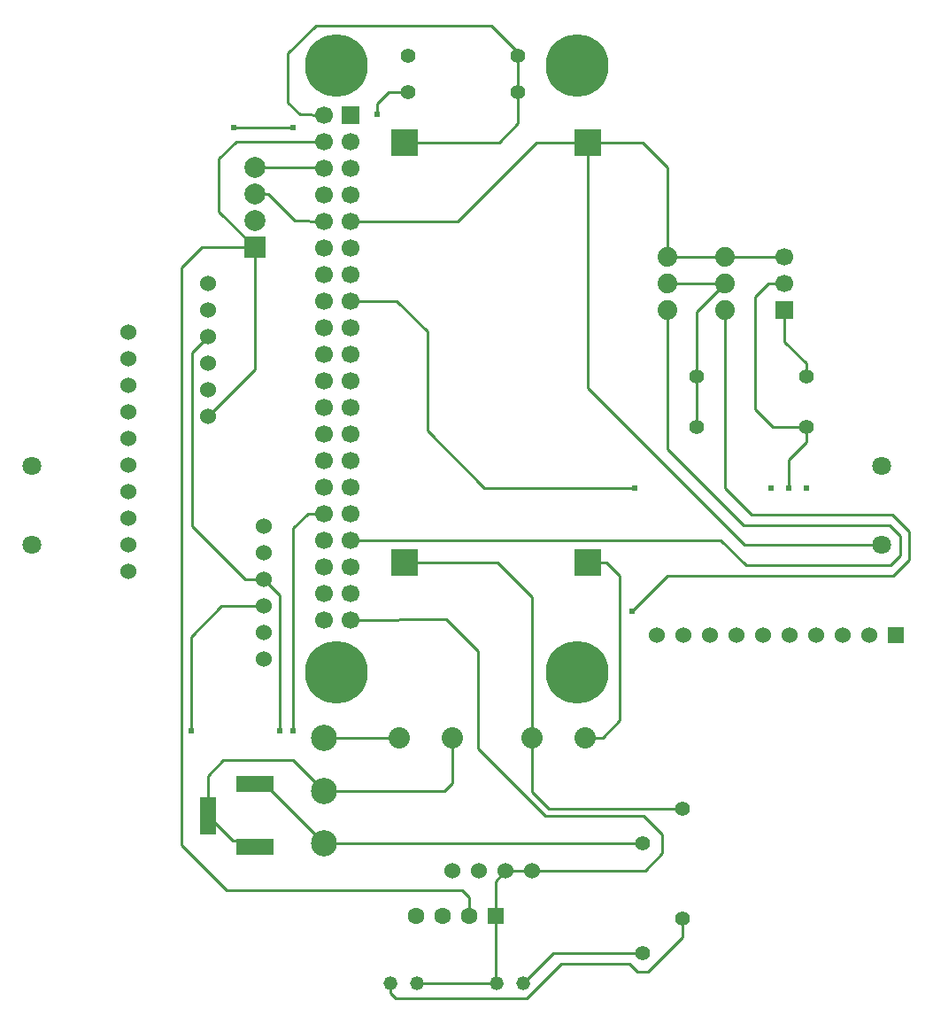
<source format=gbl>
G04 Layer: BottomLayer*
G04 EasyEDA v6.5.40, 2024-07-29 16:52:19*
G04 dde3050a7ee44abca438c5715634e7ed,10*
G04 Gerber Generator version 0.2*
G04 Scale: 100 percent, Rotated: No, Reflected: No *
G04 Dimensions in millimeters *
G04 leading zeros omitted , absolute positions ,4 integer and 5 decimal *
%FSLAX45Y45*%
%MOMM*%

%AMMACRO1*21,1,$1,$2,0,0,$3*%
%ADD10C,0.2540*%
%ADD11C,1.8000*%
%ADD12C,1.7000*%
%ADD13C,6.0000*%
%ADD14MACRO1,1.6998X1.6998X-90.0000*%
%ADD15C,1.6000*%
%ADD16R,1.6000X1.6000*%
%ADD17C,1.3208*%
%ADD18MACRO1,1.6X3.5X-90.0000*%
%ADD19MACRO1,1.6X3.5X0.0000*%
%ADD20C,1.5240*%
%ADD21C,1.8796*%
%ADD22R,1.5240X1.5240*%
%ADD23R,1.7000X1.7000*%
%ADD24C,1.4000*%
%ADD25C,2.0320*%
%ADD26C,2.0000*%
%ADD27R,2.0000X2.0000*%
%ADD28R,2.5000X2.5000*%
%ADD29C,2.5000*%
%ADD30C,0.6200*%
%ADD31C,0.0134*%

%LPD*%
D10*
X3344418Y749300D02*
G01*
X3022600Y749300D01*
X2857500Y914400D01*
X2857500Y1993900D01*
X2984500Y2120900D01*
X3136900Y2120900D01*
X2294409Y749300D02*
G01*
X2294409Y1231894D01*
X3344418Y1231900D02*
G01*
X3344418Y1354581D01*
X3136900Y1562100D01*
X3136900Y1866900D01*
X2294381Y1231900D02*
G01*
X2294381Y1849881D01*
X2565400Y2120900D01*
X2565400Y2374900D02*
G01*
X3136900Y2374900D01*
X2565400Y1866900D02*
G01*
X2565400Y165100D01*
X2819400Y-88900D01*
X4165600Y-88900D01*
X4330700Y-254000D01*
X4330700Y-520700D01*
X4178300Y-673100D01*
X2019300Y-673100D01*
X1676400Y-1016000D01*
X4064000Y-379984D02*
G01*
X2754884Y-379984D01*
X1257300Y1117600D01*
X1257300Y3467100D01*
X2019300Y2374900D02*
G01*
X2019300Y3225800D01*
X1778000Y3467100D01*
X1257300Y3467100D01*
X2565400Y2120900D02*
G01*
X2019300Y2120900D01*
X2565400Y2374900D02*
G01*
X2019300Y2374900D01*
X588495Y3949700D02*
G01*
X588495Y3649195D01*
X406400Y3467100D01*
X-495300Y3467100D01*
X588495Y3949700D02*
G01*
X588495Y4292600D01*
X588492Y4292600D02*
G01*
X588492Y4326407D01*
X330200Y4584700D01*
X-1346200Y4584700D01*
X-1612900Y4318000D01*
X-1612900Y3848100D01*
X-1498600Y3733800D01*
X-1269260Y3733241D01*
X-1930400Y3225800D02*
G01*
X-1930394Y3225794D01*
X-1269794Y3225794D01*
X723900Y-2222500D02*
G01*
X723900Y-876300D01*
X393700Y-546100D01*
X-495300Y-546100D01*
X-1270000Y-2226513D02*
G01*
X-550113Y-2226513D01*
X-546100Y-2222500D01*
X-1270000Y-2730487D02*
G01*
X-114287Y-2730487D01*
X-38100Y-2654300D01*
X-38100Y-2222500D01*
X-1930400Y-2667000D02*
G01*
X-1837499Y-2667000D01*
X-1270000Y-3234499D01*
X-2380411Y-2966999D02*
G01*
X-2143909Y-3203501D01*
X-1955800Y-3203501D01*
X-2380411Y-2966999D02*
G01*
X-2380411Y-2583611D01*
X-2235200Y-2438400D01*
X-1562087Y-2438400D01*
X-1270000Y-2730487D01*
X-1270000Y-3234499D02*
G01*
X-1269707Y-3234207D01*
X1778000Y-3234207D01*
X635000Y-4572000D02*
G01*
X922809Y-4284190D01*
X1778000Y-4284190D01*
X372008Y-3924300D02*
G01*
X372008Y-4563008D01*
X381000Y-4572000D01*
X-381000Y-4572000D02*
G01*
X381000Y-4572000D01*
X-635000Y-4572000D02*
G01*
X-635000Y-4660900D01*
X-584200Y-4711700D01*
X673100Y-4711700D01*
X1003300Y-4381500D01*
X1651000Y-4381500D01*
X1727200Y-4457700D01*
X1828800Y-4457700D01*
X2159000Y-4127500D01*
X2159000Y-3953992D01*
X2159000Y-2904007D02*
G01*
X884707Y-2904007D01*
X723900Y-2743200D01*
X723900Y-2222500D01*
X469900Y-3492500D02*
G01*
X723900Y-3492500D01*
X372008Y-3924300D02*
G01*
X372008Y-3590391D01*
X469900Y-3492500D01*
X-2540000Y-2159000D02*
G01*
X-2540000Y-1257300D01*
X-2247900Y-965200D01*
X-1841500Y-965200D01*
X-1562100Y-2159000D02*
G01*
X-1562100Y-215900D01*
X-1422907Y-76707D01*
X-1269237Y-76707D01*
X-1689100Y-2159000D02*
G01*
X-1689100Y-863600D01*
X-1841500Y-711200D01*
X723900Y-3492500D02*
G01*
X1803400Y-3492500D01*
X1968500Y-3327400D01*
X1968500Y-3149600D01*
X1790700Y-2971800D01*
X850900Y-2971800D01*
X203200Y-2324100D01*
X203200Y-1397000D01*
X-101600Y-1092200D01*
X-1015237Y-1092707D01*
X-1930400Y2463800D02*
G01*
X-2273300Y2806700D01*
X-2273300Y3314700D01*
X-2108707Y3479292D01*
X-1269237Y3479292D01*
X-2133600Y3606800D02*
G01*
X-1562100Y3606800D01*
X1257300Y-546100D02*
G01*
X1435100Y-546100D01*
X1562100Y-673100D01*
X1562100Y-2057400D01*
X1397000Y-2222500D01*
X1231900Y-2222500D01*
X2019300Y1866900D02*
G01*
X2019300Y533400D01*
X2743200Y-190500D01*
X4140200Y-190500D01*
X4241800Y-292100D01*
X4241800Y-482600D01*
X4152900Y-571500D01*
X2768600Y-571500D01*
X2527808Y-330707D01*
X-1015237Y-330707D01*
X-1015237Y2717292D02*
G01*
X12192Y2717292D01*
X762000Y3467100D01*
X1257300Y3467100D01*
X118110Y-3924300D02*
G01*
X118110Y-3750310D01*
X50800Y-3683000D01*
X-2197100Y-3683000D01*
X-2628900Y-3251200D01*
X-2628900Y2273300D01*
X-2438400Y2463800D01*
X-1930400Y2463800D01*
X-461518Y3949700D02*
G01*
X-647700Y3949700D01*
X-762000Y3835400D01*
X-762000Y3733800D01*
X-1015260Y1955241D02*
G01*
X-570941Y1955241D01*
X-279400Y1663700D01*
X-279400Y711200D01*
X266700Y165100D01*
X1701800Y165100D01*
X-2374900Y850900D02*
G01*
X-1930400Y1295400D01*
X-1930400Y2463800D01*
X-1841500Y-711200D02*
G01*
X-2019300Y-711200D01*
X-2527300Y-203200D01*
X-2527300Y1460500D01*
X-2374900Y1612900D01*
X3344392Y749300D02*
G01*
X3344392Y601192D01*
X3175000Y431800D01*
X3175000Y165100D01*
X-1930400Y2971800D02*
G01*
X-1803400Y2971800D01*
X-1549400Y2717800D01*
X-1269237Y2717292D01*
D11*
G01*
X4064000Y-379984D03*
G01*
X4064000Y380009D03*
G01*
X-4064000Y-379984D03*
G01*
X-4064000Y380009D03*
D12*
G01*
X-1015263Y-1092758D03*
D13*
G01*
X1154252Y-1596389D03*
G01*
X1154252Y4203700D03*
D12*
G01*
X-1269263Y-1092758D03*
G01*
X-1269263Y-838758D03*
G01*
X-1015263Y-838758D03*
G01*
X-1269263Y-584758D03*
G01*
X-1015263Y-584758D03*
G01*
X-1269263Y-330758D03*
G01*
X-1015263Y-330758D03*
G01*
X-1269263Y-76758D03*
G01*
X-1015263Y-76758D03*
G01*
X-1269263Y177241D03*
G01*
X-1015263Y177241D03*
G01*
X-1269263Y431241D03*
G01*
X-1015263Y431241D03*
G01*
X-1269263Y685241D03*
G01*
X-1015263Y685241D03*
G01*
X-1269263Y939241D03*
G01*
X-1015263Y939241D03*
G01*
X-1269263Y1193241D03*
G01*
X-1015263Y1193241D03*
G01*
X-1269263Y1447241D03*
G01*
X-1015263Y1447266D03*
G01*
X-1269263Y1701241D03*
G01*
X-1015263Y1701241D03*
G01*
X-1269263Y1955241D03*
G01*
X-1015263Y1955241D03*
G01*
X-1269263Y2209241D03*
G01*
X-1015263Y2209266D03*
G01*
X-1269263Y2463241D03*
G01*
X-1015263Y2463241D03*
G01*
X-1269263Y2717241D03*
G01*
X-1015263Y2717241D03*
G01*
X-1269263Y2971241D03*
G01*
X-1015263Y2971241D03*
G01*
X-1269263Y3225241D03*
G01*
X-1015263Y3225241D03*
G01*
X-1269263Y3479241D03*
G01*
X-1015263Y3479241D03*
G01*
X-1269263Y3733241D03*
D14*
G01*
X-1015268Y3733264D03*
D13*
G01*
X-1145743Y4203700D03*
G01*
X-1145743Y-1596389D03*
D15*
G01*
X118008Y-3924300D03*
D16*
G01*
X372008Y-3924300D03*
D15*
G01*
X-135991Y-3924300D03*
G01*
X-389991Y-3924300D03*
D17*
G01*
X635000Y-4572000D03*
G01*
X381000Y-4572000D03*
G01*
X-635000Y-4572000D03*
G01*
X-381000Y-4572000D03*
D18*
G01*
X-1930400Y-2667000D03*
G01*
X-1930400Y-3266998D03*
D19*
G01*
X-2380411Y-2966999D03*
D20*
G01*
X-3136900Y-635000D03*
G01*
X-3136900Y-381000D03*
G01*
X-3136900Y-127000D03*
G01*
X-3136900Y127000D03*
G01*
X-3136900Y381000D03*
G01*
X-3136900Y635000D03*
G01*
X-3136900Y889000D03*
G01*
X-3136900Y1143000D03*
G01*
X-3136900Y1397000D03*
G01*
X-3136900Y1651000D03*
D21*
G01*
X2019300Y1866900D03*
G01*
X2019300Y2120900D03*
G01*
X2019300Y2374900D03*
G01*
X2565400Y1866900D03*
G01*
X2565400Y2120900D03*
G01*
X2565400Y2374900D03*
D22*
G01*
X4203700Y-1244600D03*
D20*
G01*
X3949700Y-1244600D03*
G01*
X3695700Y-1244600D03*
G01*
X3441700Y-1244600D03*
G01*
X3187700Y-1244600D03*
G01*
X2933700Y-1244600D03*
G01*
X2679700Y-1244600D03*
G01*
X2425700Y-1244600D03*
G01*
X2171700Y-1244600D03*
G01*
X1917700Y-1244600D03*
D12*
G01*
X3136900Y2120900D03*
D23*
G01*
X3136900Y1866900D03*
D12*
G01*
X3136900Y2374900D03*
D24*
G01*
X-461492Y4292600D03*
G01*
X588492Y4292600D03*
G01*
X-461492Y3949700D03*
G01*
X588492Y3949700D03*
G01*
X2294407Y749300D03*
G01*
X3344392Y749300D03*
G01*
X3344392Y1231900D03*
G01*
X2294407Y1231900D03*
G01*
X1778000Y-3234207D03*
G01*
X1778000Y-4284192D03*
G01*
X2159000Y-2904007D03*
G01*
X2159000Y-3953992D03*
D20*
G01*
X-1841500Y-1473200D03*
G01*
X-1841500Y-1219200D03*
G01*
X-1841500Y-965200D03*
G01*
X-1841500Y-711200D03*
G01*
X-1841500Y-457200D03*
G01*
X-1841500Y-203200D03*
G01*
X-2374900Y2120900D03*
G01*
X-2374900Y1866900D03*
G01*
X-2374900Y1612900D03*
G01*
X-2374900Y1358900D03*
G01*
X-2374900Y1104900D03*
G01*
X-2374900Y850900D03*
G01*
X-38100Y-3492500D03*
G01*
X215900Y-3492500D03*
G01*
X469900Y-3492500D03*
G01*
X723900Y-3492500D03*
D25*
G01*
X-546100Y-2222500D03*
G01*
X-38100Y-2222500D03*
G01*
X723900Y-2222500D03*
G01*
X1231900Y-2222500D03*
D26*
G01*
X-1930400Y3225800D03*
G01*
X-1930400Y2971800D03*
G01*
X-1930400Y2717800D03*
D27*
G01*
X-1930400Y2463800D03*
D28*
G01*
X1257300Y-546100D03*
G01*
X-495300Y-546100D03*
G01*
X1257300Y3467100D03*
G01*
X-495300Y3467100D03*
D29*
G01*
X-1270000Y-2226513D03*
G01*
X-1270000Y-2730500D03*
G01*
X-1270000Y-3234512D03*
D30*
G01*
X1676400Y-1016000D03*
G01*
X-1562100Y-2159000D03*
G01*
X3344392Y165100D03*
G01*
X-2133600Y3606800D03*
G01*
X-1562100Y3606800D03*
G01*
X-2540000Y-2159000D03*
G01*
X-1689100Y-2159000D03*
G01*
X-762000Y3733800D03*
G01*
X3175000Y165100D03*
G01*
X1701800Y165100D03*
G01*
X3009900Y165100D03*
M02*

</source>
